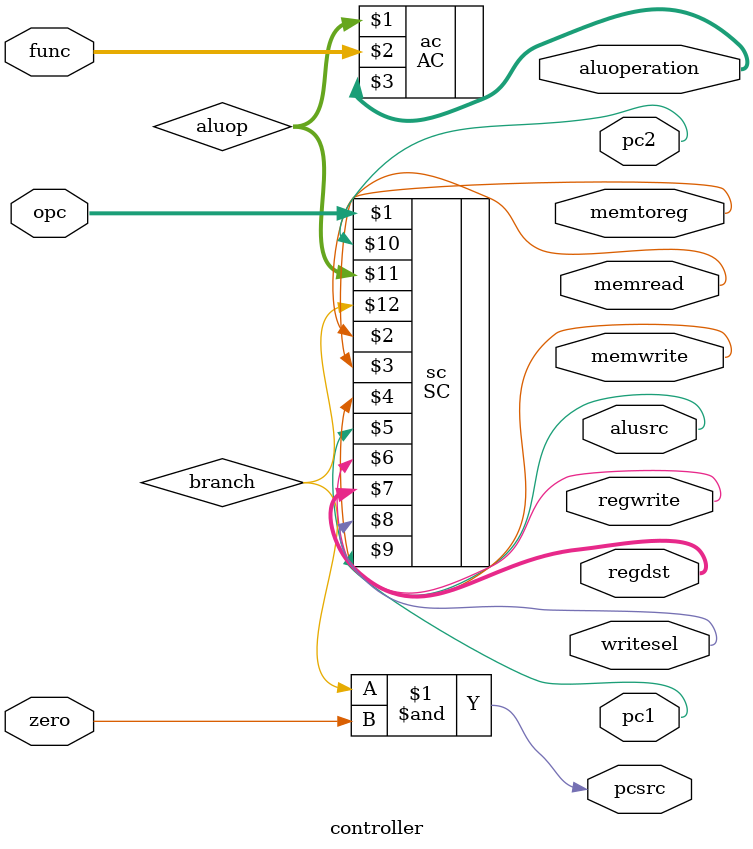
<source format=v>
`timescale 1ns/1ns

module controller(opc,func,zero,memtoreg,memread,memwrite,alusrc,regwrite,regdst,writesel,pc1,pc2,aluoperation,pcsrc);
	input [5:0] opc,func;
	input zero;
	output memtoreg,memread,memwrite,alusrc,regwrite,writesel,pc1,pc2,pcsrc;
	output [1:0] regdst;
	output [2:0] aluoperation;
	wire [1:0] aluop;
	wire branch;
	SC sc(opc,memtoreg,memread,memwrite,alusrc,regwrite,regdst,writesel,pc1,pc2,aluop,branch);
	AC ac(aluop,func,aluoperation);
	assign pcsrc=branch&zero;
endmodule
</source>
